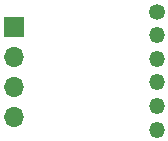
<source format=gbr>
G04 #@! TF.GenerationSoftware,KiCad,Pcbnew,(6.0.1)*
G04 #@! TF.CreationDate,2022-02-03T10:03:19-06:00*
G04 #@! TF.ProjectId,FDC1004Q-Breakout,46444331-3030-4345-912d-427265616b6f,rev?*
G04 #@! TF.SameCoordinates,Original*
G04 #@! TF.FileFunction,Soldermask,Bot*
G04 #@! TF.FilePolarity,Negative*
%FSLAX46Y46*%
G04 Gerber Fmt 4.6, Leading zero omitted, Abs format (unit mm)*
G04 Created by KiCad (PCBNEW (6.0.1)) date 2022-02-03 10:03:19*
%MOMM*%
%LPD*%
G01*
G04 APERTURE LIST*
%ADD10R,1.700000X1.700000*%
%ADD11O,1.700000X1.700000*%
%ADD12C,1.350000*%
%ADD13O,1.350000X1.350000*%
G04 APERTURE END LIST*
D10*
G04 #@! TO.C,J1*
X134620000Y-100330000D03*
D11*
X134620000Y-102870000D03*
X134620000Y-105410000D03*
X134620000Y-107950000D03*
G04 #@! TD*
D12*
G04 #@! TO.C,J2*
X146685000Y-99060000D03*
D13*
X146685000Y-101060000D03*
X146685000Y-103060000D03*
X146685000Y-105060000D03*
X146685000Y-107060000D03*
X146685000Y-109060000D03*
G04 #@! TD*
M02*

</source>
